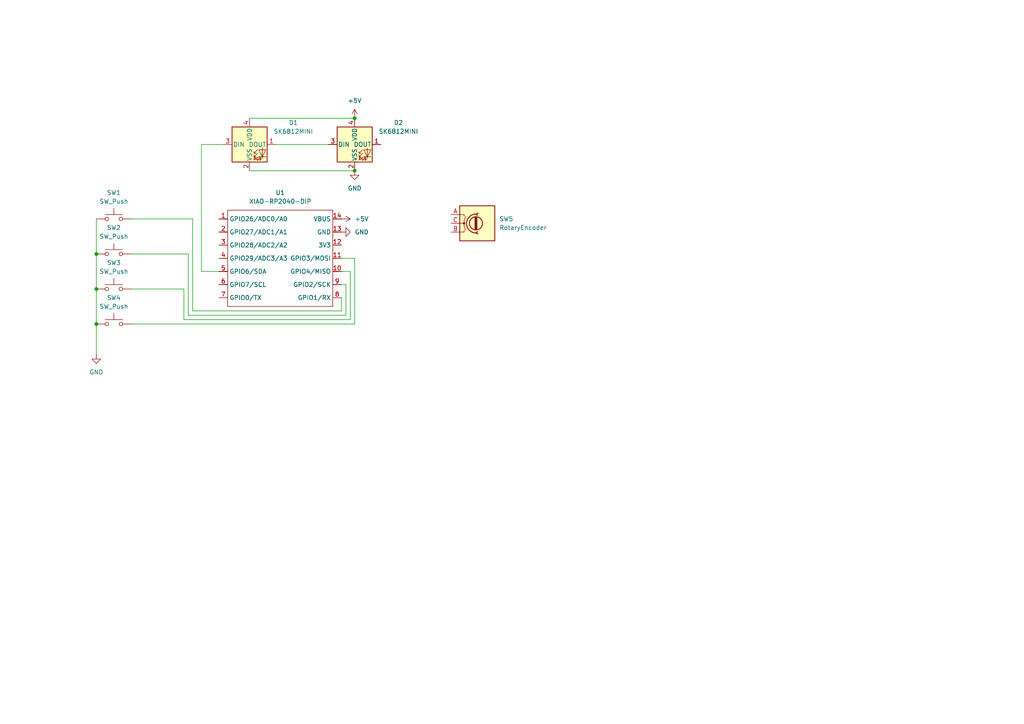
<source format=kicad_sch>
(kicad_sch (version 20231120) (generator "eeschema") (generator_version "8.0")
  (paper "A4")
  (lib_symbols
    (symbol "Device:RotaryEncoder" (pin_names (offset 0.254) hide)
      (property "Reference" "SW" (at 0 6.604 0))
      (property "Value" "RotaryEncoder" (at 0 -6.604 0))
      (symbol "RotaryEncoder_0_1"
        (rectangle (start -5.08 5.08) (end 5.08 -5.08) (stroke (width 0.254)) (fill (type background)))
        (circle (center -3.81 0) (radius 0.254) (fill (type outline)))
        (circle (center -0.381 0) (radius 1.905) (stroke (width 0.254)))
        (arc (start -0.381 2.667) (mid -3.0988 -0.0635) (end -0.381 -2.794) (stroke (width 0.254)))
        (polyline (pts (xy -0.635 -1.778) (xy -0.635 1.778)) (stroke (width 0.254)))
        (polyline (pts (xy -0.381 -1.778) (xy -0.381 1.778)) (stroke (width 0.254)))
        (polyline (pts (xy -0.127 1.778) (xy -0.127 -1.778)) (stroke (width 0.254)))
        (polyline (pts (xy -5.08 -2.54) (xy -3.81 -2.54) (xy -3.81 -2.032)))
        (polyline (pts (xy -5.08 2.54) (xy -3.81 2.54) (xy -3.81 2.032)))
        (polyline (pts (xy 0.254 -3.048) (xy -0.508 -2.794) (xy 0.127 -2.413)) (stroke (width 0.254)))
        (polyline (pts (xy 0.254 2.921) (xy -0.508 2.667) (xy 0.127 2.286)) (stroke (width 0.254)))
        (polyline (pts (xy -5.08 0) (xy -3.81 0) (xy -3.81 -1.016) (xy -3.302 -2.032)))
        (polyline (pts (xy -4.318 0) (xy -3.81 0) (xy -3.81 1.016) (xy -3.302 2.032)))
      )
      (symbol "RotaryEncoder_1_1"
        (pin passive line (at -7.62 2.54 0) (length 2.54) (name "A") (number "A"))
        (pin passive line (at -7.62 -2.54 0) (length 2.54) (name "B") (number "B"))
        (pin passive line (at -7.62 0 0) (length 2.54) (name "C") (number "C"))
      )
    )
    (symbol "LED:SK6812MINI" (pin_names (offset 0.254))
      (property "Reference" "D" (at 5.08 5.715 0))
      (property "Value" "SK6812MINI" (at 1.27 -5.715 0))
      (symbol "SK6812MINI_0_0"
        (text "RGB" (at 2.286 -4.191 0) (effects (font (size 0.762 0.762))))
      )
      (symbol "SK6812MINI_0_1"
        (polyline (pts (xy 1.27 -3.556) (xy 1.778 -3.556)))
        (polyline (pts (xy 1.27 -2.54) (xy 1.778 -2.54)))
        (polyline (pts (xy 4.699 -3.556) (xy 2.667 -3.556)))
        (polyline (pts (xy 2.286 -2.54) (xy 1.27 -3.556) (xy 1.27 -3.048)))
        (polyline (pts (xy 2.286 -1.524) (xy 1.27 -2.54) (xy 1.27 -2.032)))
        (polyline (pts (xy 3.683 -1.016) (xy 3.683 -3.556) (xy 3.683 -4.064)))
        (polyline (pts (xy 4.699 -1.524) (xy 2.667 -1.524) (xy 3.683 -3.556) (xy 4.699 -1.524)))
        (rectangle (start 5.08 5.08) (end -5.08 -5.08) (stroke (width 0.254)) (fill (type background)))
      )
      (symbol "SK6812MINI_1_1"
        (pin output line (at 7.62 0 180) (length 2.54) (name "DOUT") (number "1"))
        (pin power_in line (at 0 -7.62 90) (length 2.54) (name "VSS") (number "2"))
        (pin input line (at -7.62 0 0) (length 2.54) (name "DIN") (number "3"))
        (pin power_in line (at 0 7.62 270) (length 2.54) (name "VDD") (number "4"))
      )
    )
    (symbol "Switch:SW_Push" (pin_numbers hide) (pin_names (offset 1.016) hide)
      (property "Reference" "SW" (at 1.27 2.54 0))
      (property "Value" "SW_Push" (at 0 -1.524 0))
      (symbol "SW_Push_0_1"
        (circle (center -2.032 0) (radius 0.508))
        (polyline (pts (xy 0 1.27) (xy 0 3.048)))
        (polyline (pts (xy 2.54 1.27) (xy -2.54 1.27)))
        (circle (center 2.032 0) (radius 0.508))
        (pin passive line (at -5.08 0 0) (length 2.54) (name "1") (number "1"))
        (pin passive line (at 5.08 0 180) (length 2.54) (name "2") (number "2"))
      )
    )
    (symbol "XIAO:XIAO-RP2040-DIP"
      (property "Reference" "U" (at 0 0 0))
      (property "Value" "XIAO-RP2040-DIP" (at 5.334 -1.778 0))
      (symbol "XIAO-RP2040-DIP_1_0"
        (polyline (pts (xy -1.27 -30.48) (xy -1.27 -16.51)) (stroke (width 0.1524)))
        (polyline (pts (xy -1.27 -27.94) (xy -2.54 -27.94)) (stroke (width 0.1524)))
        (polyline (pts (xy -1.27 -24.13) (xy -2.54 -24.13)) (stroke (width 0.1524)))
        (polyline (pts (xy -1.27 -20.32) (xy -2.54 -20.32)) (stroke (width 0.1524)))
        (polyline (pts (xy -1.27 -16.51) (xy -2.54 -16.51)) (stroke (width 0.1524)))
        (polyline (pts (xy -1.27 -16.51) (xy -1.27 -12.7)) (stroke (width 0.1524)))
        (polyline (pts (xy -1.27 -12.7) (xy -2.54 -12.7)) (stroke (width 0.1524)))
        (polyline (pts (xy -1.27 -12.7) (xy -1.27 -8.89)) (stroke (width 0.1524)))
        (polyline (pts (xy -1.27 -8.89) (xy -2.54 -8.89)) (stroke (width 0.1524)))
        (polyline (pts (xy -1.27 -8.89) (xy -1.27 -5.08)) (stroke (width 0.1524)))
        (polyline (pts (xy -1.27 -5.08) (xy -2.54 -5.08)) (stroke (width 0.1524)))
        (polyline (pts (xy -1.27 -5.08) (xy -1.27 -2.54)) (stroke (width 0.1524)))
        (polyline (pts (xy -1.27 -2.54) (xy 29.21 -2.54)) (stroke (width 0.1524)))
        (polyline (pts (xy 29.21 -30.48) (xy -1.27 -30.48)) (stroke (width 0.1524)))
        (polyline (pts (xy 29.21 -12.7) (xy 29.21 -30.48)) (stroke (width 0.1524)))
        (polyline (pts (xy 29.21 -8.89) (xy 29.21 -12.7)) (stroke (width 0.1524)))
        (polyline (pts (xy 29.21 -5.08) (xy 29.21 -8.89)) (stroke (width 0.1524)))
        (polyline (pts (xy 29.21 -2.54) (xy 29.21 -5.08)) (stroke (width 0.1524)))
        (polyline (pts (xy 30.48 -27.94) (xy 29.21 -27.94)) (stroke (width 0.1524)))
        (polyline (pts (xy 30.48 -24.13) (xy 29.21 -24.13)) (stroke (width 0.1524)))
        (polyline (pts (xy 30.48 -20.32) (xy 29.21 -20.32)) (stroke (width 0.1524)))
        (polyline (pts (xy 30.48 -16.51) (xy 29.21 -16.51)) (stroke (width 0.1524)))
        (polyline (pts (xy 30.48 -12.7) (xy 29.21 -12.7)) (stroke (width 0.1524)))
        (polyline (pts (xy 30.48 -8.89) (xy 29.21 -8.89)) (stroke (width 0.1524)))
        (polyline (pts (xy 30.48 -5.08) (xy 29.21 -5.08)) (stroke (width 0.1524)))
        (pin passive line (at -3.81 -5.08 0) (length 2.54) (name "GPIO26/ADC0/A0") (number "1"))
        (pin passive line (at 31.75 -20.32 180) (length 2.54) (name "GPIO4/MISO") (number "10"))
        (pin passive line (at 31.75 -16.51 180) (length 2.54) (name "GPIO3/MOSI") (number "11"))
        (pin passive line (at 31.75 -12.7 180) (length 2.54) (name "3V3") (number "12"))
        (pin passive line (at 31.75 -8.89 180) (length 2.54) (name "GND") (number "13"))
        (pin passive line (at 31.75 -5.08 180) (length 2.54) (name "VBUS") (number "14"))
        (pin passive line (at -3.81 -8.89 0) (length 2.54) (name "GPIO27/ADC1/A1") (number "2"))
        (pin passive line (at -3.81 -12.7 0) (length 2.54) (name "GPIO28/ADC2/A2") (number "3"))
        (pin passive line (at -3.81 -16.51 0) (length 2.54) (name "GPIO29/ADC3/A3") (number "4"))
        (pin passive line (at -3.81 -20.32 0) (length 2.54) (name "GPIO6/SDA") (number "5"))
        (pin passive line (at -3.81 -24.13 0) (length 2.54) (name "GPIO7/SCL") (number "6"))
        (pin passive line (at -3.81 -27.94 0) (length 2.54) (name "GPIO0/TX") (number "7"))
        (pin passive line (at 31.75 -27.94 180) (length 2.54) (name "GPIO1/RX") (number "8"))
        (pin passive line (at 31.75 -24.13 180) (length 2.54) (name "GPIO2/SCK") (number "9"))
      )
    )
    (symbol "power:+5V" (power) (pin_numbers hide) (pin_names (offset 0) hide)
      (property "Value" "+5V" (at 0 3.556 0))
      (symbol "+5V_0_1"
        (polyline (pts (xy -0.762 1.27) (xy 0 2.54)))
        (polyline (pts (xy 0 0) (xy 0 2.54)))
        (polyline (pts (xy 0 2.54) (xy 0.762 1.27)))
      )
      (symbol "+5V_1_1"
        (pin power_in line (at 0 0 90) (length 0) (name "~") (number "1"))
      )
    )
    (symbol "power:GND" (power) (pin_numbers hide) (pin_names (offset 0) hide)
      (property "Value" "GND" (at 0 -3.81 0))
      (symbol "GND_0_1"
        (polyline (pts (xy 0 0) (xy 0 -1.27) (xy 1.27 -1.27) (xy 0 -2.54) (xy -1.27 -1.27) (xy 0 -1.27)))
      )
      (symbol "GND_1_1"
        (pin power_in line (at 0 0 270) (length 0) (name "~") (number "1"))
      )
    )
  )
  (junction (at 102.87 34.29))
  (junction (at 27.94 93.98))
  (junction (at 27.94 73.66))
  (junction (at 27.94 83.82))
  (junction (at 102.87 49.53))
  (wire (pts (xy 54.61 73.66) (xy 54.61 91.44)))
  (wire (pts (xy 72.39 49.53) (xy 102.87 49.53)))
  (wire (pts (xy 27.94 83.82) (xy 27.94 93.98)))
  (wire (pts (xy 100.33 91.44) (xy 100.33 82.55)))
  (wire (pts (xy 64.77 41.91) (xy 58.42 41.91)))
  (wire (pts (xy 27.94 73.66) (xy 27.94 83.82)))
  (wire (pts (xy 55.88 63.5) (xy 38.1 63.5)))
  (wire (pts (xy 38.1 93.98) (xy 102.87 93.98)))
  (wire (pts (xy 100.33 82.55) (xy 99.06 82.55)))
  (wire (pts (xy 27.94 93.98) (xy 27.94 102.87)))
  (wire (pts (xy 99.06 78.74) (xy 101.6 78.74)))
  (wire (pts (xy 102.87 93.98) (xy 102.87 74.93)))
  (wire (pts (xy 101.6 78.74) (xy 101.6 92.71)))
  (wire (pts (xy 38.1 73.66) (xy 54.61 73.66)))
  (wire (pts (xy 101.6 92.71) (xy 53.34 92.71)))
  (wire (pts (xy 55.88 90.17) (xy 55.88 63.5)))
  (wire (pts (xy 80.01 41.91) (xy 95.25 41.91)))
  (wire (pts (xy 54.61 91.44) (xy 100.33 91.44)))
  (wire (pts (xy 99.06 86.36) (xy 99.06 90.17)))
  (wire (pts (xy 58.42 41.91) (xy 58.42 78.74)))
  (wire (pts (xy 53.34 83.82) (xy 38.1 83.82)))
  (wire (pts (xy 53.34 92.71) (xy 53.34 83.82)))
  (wire (pts (xy 72.39 34.29) (xy 102.87 34.29)))
  (wire (pts (xy 102.87 74.93) (xy 99.06 74.93)))
  (wire (pts (xy 99.06 90.17) (xy 55.88 90.17)))
  (wire (pts (xy 27.94 63.5) (xy 27.94 73.66)))
  (wire (pts (xy 58.42 78.74) (xy 63.5 78.74)))
  (symbol (lib_id "power:GND") (at 99.06 67.31 90) (mirror x) (unit 1)
    (property "Reference" "#PWR04" (effects (hide yes)))
    (property "Value" "GND" (at 102.87 67.3099 90) (effects (justify right)))
    (property "Description" "Power symbol creates a global label with name \"GND\" , ground" (effects (hide yes)))
  )
  (symbol (lib_id "XIAO:XIAO-RP2040-DIP") (at 67.31 58.42 0) (unit 1)
    (property "Reference" "U1" (at 81.28 55.88 0))
    (property "Value" "XIAO-RP2040-DIP" (at 81.28 58.42 0))
    (property "Footprint" "OPL:XIAO-RP2040-DIP" (effects (hide yes)))
  )
  (symbol (lib_id "power:GND") (at 27.94 102.87 0) (mirror y) (unit 1)
    (property "Reference" "#PWR01" (effects (hide yes)))
    (property "Value" "GND" (at 27.94 107.95 0))
    (property "Description" "Power symbol creates a global label with name \"GND\" , ground" (effects (hide yes)))
  )
  (symbol (lib_id "Switch:SW_Push") (at 33.02 63.5 0) (mirror y) (unit 1)
    (property "Reference" "SW1" (at 33.02 55.88 0))
    (property "Value" "SW_Push" (at 33.02 58.42 0))
    (property "Footprint" "Button_Switch_Keyboard:SW_Cherry_MX_1.00u_PCB" (effects (hide yes)))
    (property "Description" "Push button switch, generic, two pins" (effects (hide yes)))
  )
  (symbol (lib_id "Device:RotaryEncoder") (at 138.43 64.77 0) (unit 1)
    (property "Reference" "SW5" (at 144.78 63.4999 0) (effects (justify left)))
    (property "Value" "RotaryEncoder" (at 144.78 66.0399 0) (effects (justify left)))
    (property "Footprint" "Rotary_Encoder:RotaryEncoder_Alps_EC11E-Switch_Vertical_H20mm" (effects (hide yes)))
    (property "Description" "Rotary encoder, dual channel, incremental quadrate outputs" (effects (hide yes)))
  )
  (symbol (lib_id "Switch:SW_Push") (at 33.02 83.82 0) (mirror y) (unit 1)
    (property "Reference" "SW3" (at 33.02 76.2 0))
    (property "Value" "SW_Push" (at 33.02 78.74 0))
    (property "Footprint" "Button_Switch_Keyboard:SW_Cherry_MX_1.00u_PCB" (effects (hide yes)))
    (property "Description" "Push button switch, generic, two pins" (effects (hide yes)))
  )
  (symbol (lib_id "power:GND") (at 102.87 49.53 0) (mirror y) (unit 1)
    (property "Reference" "#PWR03" (effects (hide yes)))
    (property "Value" "GND" (at 102.87 54.61 0))
    (property "Description" "Power symbol creates a global label with name \"GND\" , ground" (effects (hide yes)))
  )
  (symbol (lib_id "power:+5V") (at 102.87 34.29 0) (unit 1)
    (property "Reference" "#PWR02" (effects (hide yes)))
    (property "Value" "+5V" (at 102.87 29.21 0))
    (property "Description" "Power symbol creates a global label with name \"+5V\"" (effects (hide yes)))
  )
  (symbol (lib_id "LED:SK6812MINI") (at 72.39 41.91 0) (unit 1)
    (property "Reference" "D1" (at 85.09 35.5914 0))
    (property "Value" "SK6812MINI" (at 85.09 38.1314 0))
    (property "Footprint" "LED_SMD:LED_SK6812MINI_PLCC4_3.5x3.5mm_P1.75mm" (effects (hide yes)))
    (property "Datasheet" "https://cdn-shop.adafruit.com/product-files/2686/SK6812MINI_REV.01-1-2.pdf" (effects (hide yes)))
    (property "Description" "RGB LED with integrated controller" (effects (hide yes)))
  )
  (symbol (lib_id "LED:SK6812MINI") (at 102.87 41.91 0) (unit 1)
    (property "Reference" "D2" (at 115.57 35.5914 0))
    (property "Value" "SK6812MINI" (at 115.57 38.1314 0))
    (property "Footprint" "LED_SMD:LED_SK6812MINI_PLCC4_3.5x3.5mm_P1.75mm" (effects (hide yes)))
    (property "Datasheet" "https://cdn-shop.adafruit.com/product-files/2686/SK6812MINI_REV.01-1-2.pdf" (effects (hide yes)))
    (property "Description" "RGB LED with integrated controller" (effects (hide yes)))
  )
  (symbol (lib_id "Switch:SW_Push") (at 33.02 93.98 0) (mirror y) (unit 1)
    (property "Reference" "SW4" (at 33.02 86.36 0))
    (property "Value" "SW_Push" (at 33.02 88.9 0))
    (property "Footprint" "Button_Switch_Keyboard:SW_Cherry_MX_1.00u_PCB" (effects (hide yes)))
    (property "Description" "Push button switch, generic, two pins" (effects (hide yes)))
  )
  (symbol (lib_id "Switch:SW_Push") (at 33.02 73.66 0) (mirror y) (unit 1)
    (property "Reference" "SW2" (at 33.02 66.04 0))
    (property "Value" "SW_Push" (at 33.02 68.58 0))
    (property "Footprint" "Button_Switch_Keyboard:SW_Cherry_MX_1.00u_PCB" (effects (hide yes)))
    (property "Description" "Push button switch, generic, two pins" (effects (hide yes)))
  )
  (symbol (lib_id "power:+5V") (at 99.06 63.5 270) (unit 1)
    (property "Reference" "#PWR05" (effects (hide yes)))
    (property "Value" "+5V" (at 102.87 63.4999 90) (effects (justify left)))
    (property "Description" "Power symbol creates a global label with name \"+5V\"" (effects (hide yes)))
  )
)
</source>
